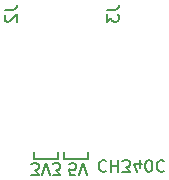
<source format=gbo>
G04 #@! TF.FileFunction,Legend,Bot*
%FSLAX46Y46*%
G04 Gerber Fmt 4.6, Leading zero omitted, Abs format (unit mm)*
G04 Created by KiCad (PCBNEW 4.0.7) date 04/02/19 22:13:27*
%MOMM*%
%LPD*%
G01*
G04 APERTURE LIST*
%ADD10C,0.100000*%
%ADD11C,0.150000*%
%ADD12C,0.200000*%
G04 APERTURE END LIST*
D10*
D11*
X163846143Y-117244857D02*
X163798524Y-117197238D01*
X163655667Y-117149619D01*
X163560429Y-117149619D01*
X163417571Y-117197238D01*
X163322333Y-117292476D01*
X163274714Y-117387714D01*
X163227095Y-117578190D01*
X163227095Y-117721048D01*
X163274714Y-117911524D01*
X163322333Y-118006762D01*
X163417571Y-118102000D01*
X163560429Y-118149619D01*
X163655667Y-118149619D01*
X163798524Y-118102000D01*
X163846143Y-118054381D01*
X164274714Y-117149619D02*
X164274714Y-118149619D01*
X164274714Y-117673429D02*
X164846143Y-117673429D01*
X164846143Y-117149619D02*
X164846143Y-118149619D01*
X165227095Y-118149619D02*
X165846143Y-118149619D01*
X165512809Y-117768667D01*
X165655667Y-117768667D01*
X165750905Y-117721048D01*
X165798524Y-117673429D01*
X165846143Y-117578190D01*
X165846143Y-117340095D01*
X165798524Y-117244857D01*
X165750905Y-117197238D01*
X165655667Y-117149619D01*
X165369952Y-117149619D01*
X165274714Y-117197238D01*
X165227095Y-117244857D01*
X166703286Y-117816286D02*
X166703286Y-117149619D01*
X166465190Y-118197238D02*
X166227095Y-117482952D01*
X166846143Y-117482952D01*
X167417571Y-118149619D02*
X167512810Y-118149619D01*
X167608048Y-118102000D01*
X167655667Y-118054381D01*
X167703286Y-117959143D01*
X167750905Y-117768667D01*
X167750905Y-117530571D01*
X167703286Y-117340095D01*
X167655667Y-117244857D01*
X167608048Y-117197238D01*
X167512810Y-117149619D01*
X167417571Y-117149619D01*
X167322333Y-117197238D01*
X167274714Y-117244857D01*
X167227095Y-117340095D01*
X167179476Y-117530571D01*
X167179476Y-117768667D01*
X167227095Y-117959143D01*
X167274714Y-118054381D01*
X167322333Y-118102000D01*
X167417571Y-118149619D01*
X168750905Y-117244857D02*
X168703286Y-117197238D01*
X168560429Y-117149619D01*
X168465191Y-117149619D01*
X168322333Y-117197238D01*
X168227095Y-117292476D01*
X168179476Y-117387714D01*
X168131857Y-117578190D01*
X168131857Y-117721048D01*
X168179476Y-117911524D01*
X168227095Y-118006762D01*
X168322333Y-118102000D01*
X168465191Y-118149619D01*
X168560429Y-118149619D01*
X168703286Y-118102000D01*
X168750905Y-118054381D01*
X157511905Y-118403619D02*
X158130953Y-118403619D01*
X157797619Y-118022667D01*
X157940477Y-118022667D01*
X158035715Y-117975048D01*
X158083334Y-117927429D01*
X158130953Y-117832190D01*
X158130953Y-117594095D01*
X158083334Y-117498857D01*
X158035715Y-117451238D01*
X157940477Y-117403619D01*
X157654762Y-117403619D01*
X157559524Y-117451238D01*
X157511905Y-117498857D01*
X158416667Y-118403619D02*
X158750000Y-117403619D01*
X159083334Y-118403619D01*
X159321429Y-118403619D02*
X159940477Y-118403619D01*
X159607143Y-118022667D01*
X159750001Y-118022667D01*
X159845239Y-117975048D01*
X159892858Y-117927429D01*
X159940477Y-117832190D01*
X159940477Y-117594095D01*
X159892858Y-117498857D01*
X159845239Y-117451238D01*
X159750001Y-117403619D01*
X159464286Y-117403619D01*
X159369048Y-117451238D01*
X159321429Y-117498857D01*
X161226524Y-118403619D02*
X160750333Y-118403619D01*
X160702714Y-117927429D01*
X160750333Y-117975048D01*
X160845571Y-118022667D01*
X161083667Y-118022667D01*
X161178905Y-117975048D01*
X161226524Y-117927429D01*
X161274143Y-117832190D01*
X161274143Y-117594095D01*
X161226524Y-117498857D01*
X161178905Y-117451238D01*
X161083667Y-117403619D01*
X160845571Y-117403619D01*
X160750333Y-117451238D01*
X160702714Y-117498857D01*
X161559857Y-118403619D02*
X161893190Y-117403619D01*
X162226524Y-118403619D01*
D12*
X162306000Y-117094000D02*
X162306000Y-116459000D01*
X160274000Y-117094000D02*
X162306000Y-117094000D01*
X160274000Y-116459000D02*
X160274000Y-117094000D01*
X159766000Y-117094000D02*
X159766000Y-116459000D01*
X157734000Y-117094000D02*
X159766000Y-117094000D01*
X157734000Y-116459000D02*
X157734000Y-117094000D01*
D11*
X155281381Y-104441667D02*
X155995667Y-104441667D01*
X156138524Y-104394047D01*
X156233762Y-104298809D01*
X156281381Y-104155952D01*
X156281381Y-104060714D01*
X155376619Y-104870238D02*
X155329000Y-104917857D01*
X155281381Y-105013095D01*
X155281381Y-105251191D01*
X155329000Y-105346429D01*
X155376619Y-105394048D01*
X155471857Y-105441667D01*
X155567095Y-105441667D01*
X155709952Y-105394048D01*
X156281381Y-104822619D01*
X156281381Y-105441667D01*
X163917381Y-104441667D02*
X164631667Y-104441667D01*
X164774524Y-104394047D01*
X164869762Y-104298809D01*
X164917381Y-104155952D01*
X164917381Y-104060714D01*
X163917381Y-104822619D02*
X163917381Y-105441667D01*
X164298333Y-105108333D01*
X164298333Y-105251191D01*
X164345952Y-105346429D01*
X164393571Y-105394048D01*
X164488810Y-105441667D01*
X164726905Y-105441667D01*
X164822143Y-105394048D01*
X164869762Y-105346429D01*
X164917381Y-105251191D01*
X164917381Y-104965476D01*
X164869762Y-104870238D01*
X164822143Y-104822619D01*
M02*

</source>
